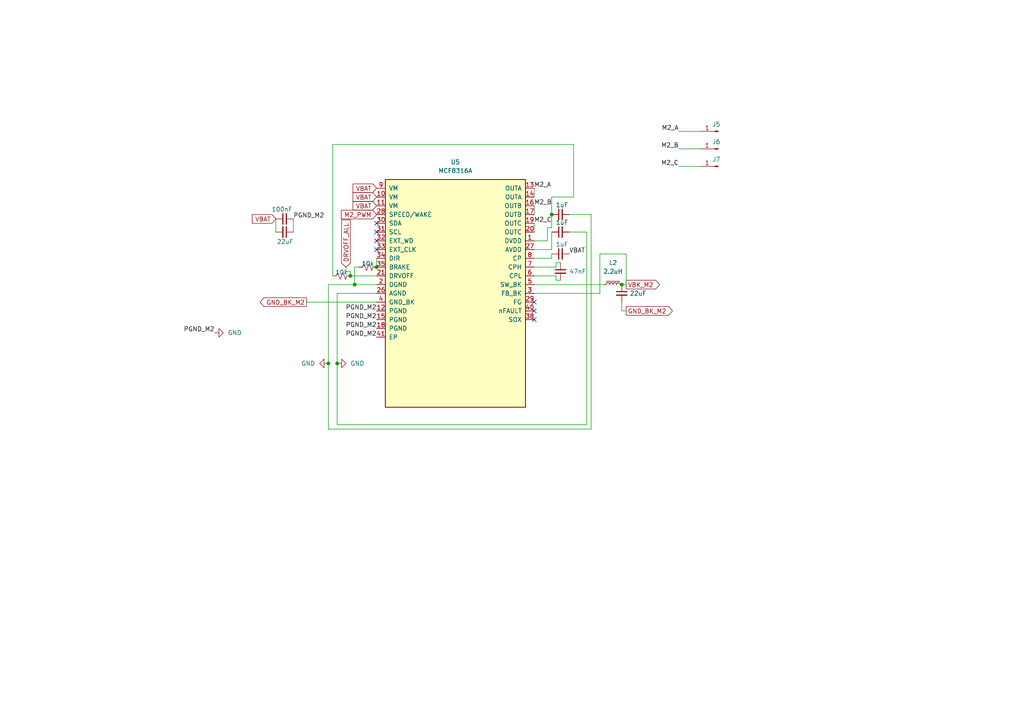
<source format=kicad_sch>
(kicad_sch (version 20250114) (generator "eeschema") (generator_version "9.0")
  (paper "A4")
  (title_block (date "2025-12-23") (rev "v1") (company "NeoDrone") (comment 1 "Made by Dulat Sarbassov") (comment 2 "dulatello08"))
  (lib_symbols
    (symbol "Connector:Conn_01x01_Pin" (pin_names (offset 1.016) (hide yes))
      (property "Reference" "J" (at 0 2.54 0))
      (property "Value" "Conn_01x01_Pin" (at 0 -2.54 0))
      (symbol "Conn_01x01_Pin_1_1"
        (rectangle (start 0.8636 0.127) (end 0 -0.127) (stroke (width 0.1524)) (fill (type outline)))
        (polyline (pts (xy 1.27 0) (xy 0.8636 0)) (stroke (width 0.1524)))
        (pin passive line (at 5.08 0 180) (length 3.81) (name "Pin_1") (number "1"))
      )
    )
    (symbol "Device:C_Small" (pin_numbers (hide yes)) (pin_names (offset 0.254) (hide yes))
      (property "Reference" "C" (at 0.254 1.778 0))
      (property "Value" "C_Small" (at 0.254 -2.032 0))
      (symbol "C_Small_0_1"
        (polyline (pts (xy -1.524 0.508) (xy 1.524 0.508)) (stroke (width 0.3048)))
        (polyline (pts (xy -1.524 -0.508) (xy 1.524 -0.508)) (stroke (width 0.3302)))
      )
      (symbol "C_Small_1_1"
        (pin passive line (at 0 2.54 270) (length 2.032) (name "~") (number "1"))
        (pin passive line (at 0 -2.54 90) (length 2.032) (name "~") (number "2"))
      )
    )
    (symbol "Device:L_Ferrite_Small" (pin_numbers (hide yes)) (pin_names (offset 0.254) (hide yes))
      (property "Reference" "L" (at 1.27 1.016 0))
      (property "Value" "L_Ferrite_Small" (at 1.27 -1.27 0))
      (symbol "L_Ferrite_Small_0_1"
        (arc (start 0 2.032) (mid 0.5058 1.524) (end 0 1.016))
        (arc (start 0 1.016) (mid 0.5058 0.508) (end 0 0))
        (arc (start 0 0) (mid 0.5058 -0.508) (end 0 -1.016))
        (arc (start 0 -1.016) (mid 0.5058 -1.524) (end 0 -2.032))
        (polyline (pts (xy 0.762 1.651) (xy 0.762 1.905)))
        (polyline (pts (xy 0.762 1.143) (xy 0.762 1.397)))
        (polyline (pts (xy 0.762 0.635) (xy 0.762 0.889)))
        (polyline (pts (xy 0.762 0.127) (xy 0.762 0.381)))
        (polyline (pts (xy 0.762 -0.381) (xy 0.762 -0.127)))
        (polyline (pts (xy 0.762 -0.889) (xy 0.762 -0.635)))
        (polyline (pts (xy 0.762 -1.397) (xy 0.762 -1.143)))
        (polyline (pts (xy 0.762 -1.905) (xy 0.762 -1.651)))
        (polyline (pts (xy 1.016 1.905) (xy 1.016 1.651)))
        (polyline (pts (xy 1.016 1.397) (xy 1.016 1.143)))
        (polyline (pts (xy 1.016 0.889) (xy 1.016 0.635)))
        (polyline (pts (xy 1.016 0.381) (xy 1.016 0.127)))
        (polyline (pts (xy 1.016 -0.127) (xy 1.016 -0.381)))
        (polyline (pts (xy 1.016 -0.635) (xy 1.016 -0.889)))
        (polyline (pts (xy 1.016 -1.143) (xy 1.016 -1.397)))
        (polyline (pts (xy 1.016 -1.651) (xy 1.016 -1.905)))
      )
      (symbol "L_Ferrite_Small_1_1"
        (pin passive line (at 0 2.54 270) (length 0.508) (name "~") (number "1"))
        (pin passive line (at 0 -2.54 90) (length 0.508) (name "~") (number "2"))
      )
    )
    (symbol "Device:R_Small_US" (pin_numbers (hide yes)) (pin_names (offset 0.254) (hide yes))
      (property "Reference" "R" (at 0.762 0.508 0))
      (property "Value" "R_Small_US" (at 0.762 -1.016 0))
      (symbol "R_Small_US_1_1"
        (polyline (pts (xy 0 1.524) (xy 1.016 1.143) (xy 0 0.762) (xy -1.016 0.381) (xy 0 0)))
        (polyline (pts (xy 0 0) (xy 1.016 -0.381) (xy 0 -0.762) (xy -1.016 -1.143) (xy 0 -1.524)))
        (pin passive line (at 0 2.54 270) (length 1.016) (name "~") (number "1"))
        (pin passive line (at 0 -2.54 90) (length 1.016) (name "~") (number "2"))
      )
    )
    (symbol "MCF8316A:MCF8316A" (pin_names (offset 1.016))
      (property "Reference" "U" (at 0 38.1 0))
      (property "Value" "MCF8316A" (at 0 -38.1 0))
      (symbol "MCF8316A_1_1"
        (rectangle (start -20.32 33.02) (end 20.32 -33.02) (stroke (width 0.254)) (fill (type background)))
        (pin power_in line (at -22.86 30.48 0) (length 2.54) (name "VM") (number "9"))
        (pin power_in line (at -22.86 27.94 0) (length 2.54) (name "VM") (number "10"))
        (pin power_in line (at -22.86 25.4 0) (length 2.54) (name "VM") (number "11"))
        (pin input line (at -22.86 22.86 0) (length 2.54) (name "SPEED/WAKE") (number "28"))
        (pin bidirectional line (at -22.86 20.32 0) (length 2.54) (name "SDA") (number "30"))
        (pin input line (at -22.86 17.78 0) (length 2.54) (name "SCL") (number "31"))
        (pin input line (at -22.86 15.24 0) (length 2.54) (name "EXT_WD") (number "32"))
        (pin input line (at -22.86 12.7 0) (length 2.54) (name "EXT_CLK") (number "33"))
        (pin input line (at -22.86 10.16 0) (length 2.54) (name "DIR") (number "34"))
        (pin input line (at -22.86 7.62 0) (length 2.54) (name "BRAKE") (number "35"))
        (pin input line (at -22.86 5.08 0) (length 2.54) (name "DRVOFF") (number "21"))
        (pin power_in line (at -22.86 2.54 0) (length 2.54) (name "DGND") (number "2"))
        (pin power_in line (at -22.86 0 0) (length 2.54) (name "AGND") (number "26"))
        (pin power_in line (at -22.86 -2.54 0) (length 2.54) (name "GND_BK") (number "4"))
        (pin power_in line (at -22.86 -5.08 0) (length 2.54) (name "PGND") (number "12"))
        (pin power_in line (at -22.86 -7.62 0) (length 2.54) (name "PGND") (number "15"))
        (pin power_in line (at -22.86 -10.16 0) (length 2.54) (name "PGND") (number "18"))
        (pin power_in line (at -22.86 -12.7 0) (length 2.54) (name "EP") (number "41"))
        (pin power_out line (at 22.86 30.48 180) (length 2.54) (name "OUTA") (number "13"))
        (pin power_out line (at 22.86 27.94 180) (length 2.54) (name "OUTA") (number "14"))
        (pin power_out line (at 22.86 25.4 180) (length 2.54) (name "OUTB") (number "16"))
        (pin power_out line (at 22.86 22.86 180) (length 2.54) (name "OUTB") (number "17"))
        (pin power_out line (at 22.86 20.32 180) (length 2.54) (name "OUTC") (number "19"))
        (pin power_out line (at 22.86 17.78 180) (length 2.54) (name "OUTC") (number "20"))
        (pin power_out line (at 22.86 15.24 180) (length 2.54) (name "DVDD") (number "1"))
        (pin power_out line (at 22.86 12.7 180) (length 2.54) (name "AVDD") (number "27"))
        (pin power_out line (at 22.86 10.16 180) (length 2.54) (name "CP") (number "8"))
        (pin passive line (at 22.86 7.62 180) (length 2.54) (name "CPH") (number "7"))
        (pin passive line (at 22.86 5.08 180) (length 2.54) (name "CPL") (number "6"))
        (pin passive line (at 22.86 2.54 180) (length 2.54) (name "SW_BK") (number "5"))
        (pin passive line (at 22.86 0 180) (length 2.54) (name "FB_BK") (number "3"))
        (pin open_collector line (at 22.86 -2.54 180) (length 2.54) (name "FG") (number "29"))
        (pin open_collector line (at 22.86 -5.08 180) (length 2.54) (name "nFAULT") (number "40"))
        (pin output line (at 22.86 -7.62 180) (length 2.54) (name "SOX") (number "38"))
      )
    )
    (symbol "power:GND" (power) (pin_numbers (hide yes)) (pin_names (offset 0) (hide yes))
      (property "Value" "GND" (at 0 -3.81 0))
      (symbol "GND_0_1"
        (polyline (pts (xy 0 0) (xy 0 -1.27) (xy 1.27 -1.27) (xy 0 -2.54) (xy -1.27 -1.27) (xy 0 -1.27)))
      )
      (symbol "GND_1_1"
        (pin power_in line (at 0 0 270) (length 0) (name "~") (number "1"))
      )
    )
  )
  (junction (at 160.02 62.23))
  (junction (at 97.79 105.41))
  (junction (at 109.22 77.47))
  (junction (at 95.25 105.41))
  (junction (at 101.6 80.01))
  (junction (at 102.87 82.55))
  (junction (at 180.34 82.55))
  (no_connect (at 109.22 69.85))
  (no_connect (at 154.94 87.63))
  (no_connect (at 109.22 67.31))
  (no_connect (at 109.22 72.39))
  (no_connect (at 154.94 90.17))
  (no_connect (at 154.94 92.71))
  (no_connect (at 109.22 64.77))
  (wire (pts (xy 154.94 77.47) (xy 161.29 77.47)))
  (wire (pts (xy 180.34 90.17) (xy 180.34 87.63)))
  (wire (pts (xy 102.87 82.55) (xy 109.22 82.55)))
  (wire (pts (xy 158.75 69.85) (xy 158.75 66.04)))
  (wire (pts (xy 166.37 41.91) (xy 166.37 57.15)))
  (wire (pts (xy 80.01 63.5) (xy 80.01 67.31)))
  (wire (pts (xy 165.1 67.31) (xy 170.18 67.31)))
  (wire (pts (xy 162.56 81.28) (xy 161.29 81.28)))
  (wire (pts (xy 95.25 82.55) (xy 102.87 82.55)))
  (wire (pts (xy 97.79 123.19) (xy 97.79 105.41)))
  (wire (pts (xy 173.99 73.66) (xy 181.61 73.66)))
  (wire (pts (xy 181.61 90.17) (xy 180.34 90.17)))
  (wire (pts (xy 173.99 85.09) (xy 173.99 73.66)))
  (wire (pts (xy 171.45 62.23) (xy 171.45 124.46)))
  (wire (pts (xy 85.09 63.5) (xy 85.09 67.31)))
  (wire (pts (xy 161.29 76.2) (xy 162.56 76.2)))
  (wire (pts (xy 166.37 41.91) (xy 96.52 41.91)))
  (wire (pts (xy 171.45 124.46) (xy 95.25 124.46)))
  (wire (pts (xy 100.33 78.74) (xy 101.6 78.74)))
  (wire (pts (xy 161.29 80.01) (xy 154.94 80.01)))
  (wire (pts (xy 160.02 66.04) (xy 160.02 62.23)))
  (wire (pts (xy 170.18 67.31) (xy 170.18 123.19)))
  (wire (pts (xy 181.61 82.55) (xy 180.34 82.55)))
  (wire (pts (xy 166.37 57.15) (xy 160.02 57.15)))
  (wire (pts (xy 170.18 123.19) (xy 97.79 123.19)))
  (wire (pts (xy 100.33 77.47) (xy 100.33 78.74)))
  (wire (pts (xy 96.52 41.91) (xy 96.52 80.01)))
  (wire (pts (xy 154.94 64.77) (xy 154.94 67.31)))
  (wire (pts (xy 97.79 85.09) (xy 109.22 85.09)))
  (wire (pts (xy 154.94 74.93) (xy 160.02 74.93)))
  (wire (pts (xy 181.61 73.66) (xy 181.61 82.55)))
  (wire (pts (xy 102.87 77.47) (xy 104.14 77.47)))
  (wire (pts (xy 160.02 67.31) (xy 160.02 72.39)))
  (wire (pts (xy 154.94 72.39) (xy 160.02 72.39)))
  (wire (pts (xy 95.25 124.46) (xy 95.25 105.41)))
  (wire (pts (xy 101.6 78.74) (xy 101.6 80.01)))
  (wire (pts (xy 203.2 48.26) (xy 196.85 48.26)))
  (wire (pts (xy 160.02 57.15) (xy 160.02 62.23)))
  (wire (pts (xy 154.94 85.09) (xy 173.99 85.09)))
  (wire (pts (xy 154.94 59.69) (xy 154.94 62.23)))
  (wire (pts (xy 109.22 74.93) (xy 109.22 77.47)))
  (wire (pts (xy 101.6 80.01) (xy 109.22 80.01)))
  (wire (pts (xy 203.2 38.1) (xy 196.85 38.1)))
  (wire (pts (xy 95.25 105.41) (xy 95.25 82.55)))
  (wire (pts (xy 161.29 77.47) (xy 161.29 76.2)))
  (wire (pts (xy 154.94 54.61) (xy 154.94 57.15)))
  (wire (pts (xy 165.1 62.23) (xy 171.45 62.23)))
  (wire (pts (xy 154.94 82.55) (xy 175.26 82.55)))
  (wire (pts (xy 88.9 87.63) (xy 109.22 87.63)))
  (wire (pts (xy 158.75 66.04) (xy 160.02 66.04)))
  (wire (pts (xy 102.87 77.47) (xy 102.87 82.55)))
  (wire (pts (xy 161.29 81.28) (xy 161.29 80.01)))
  (wire (pts (xy 154.94 69.85) (xy 158.75 69.85)))
  (wire (pts (xy 97.79 105.41) (xy 97.79 85.09)))
  (wire (pts (xy 160.02 74.93) (xy 160.02 73.66)))
  (wire (pts (xy 203.2 43.18) (xy 196.85 43.18)))
  (label "PGND_M2" (at 109.22 92.71 180))
  (label "PGND_M2" (at 109.22 90.17 180))
  (label "M2_C" (at 196.85 48.26 180))
  (label "M2_A" (at 196.85 38.1 180))
  (label "PGND_M2" (at 62.23 96.52 180))
  (label "M2_B" (at 196.85 43.18 180))
  (label "PGND_M2" (at 109.22 95.25 180))
  (label "PGND_M2" (at 109.22 97.79 180))
  (label "VBAT" (at 165.1 73.66 0))
  (label "PGND_M2" (at 85.09 63.5 0))
  (label "M2_C" (at 154.94 64.77 0))
  (label "M2_B" (at 154.94 59.69 0))
  (label "M2_A" (at 154.94 54.61 0))
  (global_label "VBAT" (shape input) (at 109.22 59.69 180) (property "Intersheetrefs" "${INTERSHEET_REFS}" (effects (hide yes))))
  (global_label "VBAT" (shape input) (at 109.22 57.15 180) (property "Intersheetrefs" "${INTERSHEET_REFS}" (effects (hide yes))))
  (global_label "VBAT" (shape input) (at 109.22 54.61 180) (property "Intersheetrefs" "${INTERSHEET_REFS}" (effects (hide yes))))
  (global_label "GND_BK_M2" (shape output) (at 88.9 87.63 180) (property "Intersheetrefs" "${INTERSHEET_REFS}" (effects (hide yes))))
  (global_label "DRVOFF_ALL" (shape input) (at 100.33 77.47 90) (property "Intersheetrefs" "${INTERSHEET_REFS}" (effects (hide yes))))
  (global_label "M2_PWM" (shape input) (at 109.22 62.23 180) (property "Intersheetrefs" "${INTERSHEET_REFS}" (effects (hide yes))))
  (global_label "VBAT" (shape input) (at 80.01 63.5 180) (property "Intersheetrefs" "${INTERSHEET_REFS}" (effects (hide yes))))
  (global_label "VBK_M2" (shape output) (at 181.61 82.55 0) (property "Intersheetrefs" "${INTERSHEET_REFS}" (effects (hide yes))))
  (global_label "GND_BK_M2" (shape output) (at 181.61 90.17 0) (property "Intersheetrefs" "${INTERSHEET_REFS}" (effects (hide yes))))
  (symbol (lib_id "Device:C_Small") (at 180.34 85.09 0) (unit 1)
    (property "Reference" "C27" (effects (hide yes)))
    (property "Value" "22uF" (at 182.626 85.09 0) (effects (justify left)))
    (property "Footprint" "Capacitor_SMD:C_1206_3216Metric_Pad1.33x1.80mm_HandSolder" (effects (hide yes)))
    (property "Description" "Unpolarized capacitor, small symbol" (effects (hide yes)))
  )
  (symbol (lib_id "Device:R_Small_US") (at 99.06 80.01 90) (unit 1)
    (property "Reference" "R7" (effects (hide yes)))
    (property "Value" "10k" (at 99.06 78.994 90))
    (property "Footprint" "Resistor_SMD:R_0603_1608Metric_Pad0.98x0.95mm_HandSolder" (effects (hide yes)))
    (property "Description" "Resistor, small US symbol" (effects (hide yes)))
  )
  (symbol (lib_id "Device:L_Ferrite_Small") (at 177.8 82.55 90) (unit 1)
    (property "Reference" "L2" (at 177.8 76.2 90))
    (property "Value" "2.2uH" (at 177.8 78.74 90))
    (property "Footprint" "Inductor_SMD:L_1008_2520Metric_Pad1.43x2.20mm_HandSolder" (effects (hide yes)))
    (property "Description" "Inductor with ferrite core, small symbol" (effects (hide yes)))
  )
  (symbol (lib_id "Device:C_Small") (at 162.56 78.74 0) (unit 1)
    (property "Reference" "C26" (effects (hide yes)))
    (property "Value" "47nF" (at 165.1 78.74 0) (effects (justify left)))
    (property "Footprint" "Capacitor_SMD:C_0603_1608Metric_Pad1.08x0.95mm_HandSolder" (effects (hide yes)))
    (property "Description" "Unpolarized capacitor, small symbol" (effects (hide yes)))
  )
  (symbol (lib_id "MCF8316A:MCF8316A") (at 132.08 85.09 0) (unit 1)
    (property "Reference" "U5" (at 132.08 46.99 0))
    (property "Value" "MCF8316A" (at 132.08 49.53 0))
    (property "Footprint" "MCF8316:MCF8316A_RGF0040E_VQFN-40-1EP_7x5mm_P0.5mm_EP5.5x3.5mm" (effects (hide yes)))
  )
  (symbol (lib_id "Device:C_Small") (at 162.56 62.23 90) (unit 1)
    (property "Reference" "C23" (effects (hide yes)))
    (property "Value" "1uF" (at 164.846 59.436 90) (effects (justify left)))
    (property "Footprint" "Capacitor_SMD:C_0603_1608Metric_Pad1.08x0.95mm_HandSolder" (effects (hide yes)))
    (property "Description" "Unpolarized capacitor, small symbol" (effects (hide yes)))
  )
  (symbol (lib_id "power:GND") (at 95.25 105.41 270) (unit 1)
    (property "Reference" "#PWR030" (effects (hide yes)))
    (property "Value" "GND" (at 91.44 105.4099 90) (effects (justify right)))
    (property "Description" "Power symbol creates a global label with name \"GND\" , ground" (effects (hide yes)))
  )
  (symbol (lib_id "Device:R_Small_US") (at 106.68 77.47 90) (unit 1)
    (property "Reference" "R9" (effects (hide yes)))
    (property "Value" "10k" (at 106.68 76.454 90))
    (property "Footprint" "Resistor_SMD:R_0603_1608Metric_Pad0.98x0.95mm_HandSolder" (effects (hide yes)))
    (property "Description" "Resistor, small US symbol" (effects (hide yes)))
  )
  (symbol (lib_id "Device:C_Small") (at 162.56 67.31 90) (unit 1)
    (property "Reference" "C24" (effects (hide yes)))
    (property "Value" "1uF" (at 164.846 64.516 90) (effects (justify left)))
    (property "Footprint" "Capacitor_SMD:C_0603_1608Metric_Pad1.08x0.95mm_HandSolder" (effects (hide yes)))
    (property "Description" "Unpolarized capacitor, small symbol" (effects (hide yes)))
  )
  (symbol (lib_id "power:GND") (at 62.23 96.52 90) (unit 1)
    (property "Reference" "#PWR025" (effects (hide yes)))
    (property "Value" "GND" (at 66.04 96.5199 90) (effects (justify right)))
    (property "Description" "Power symbol creates a global label with name \"GND\" , ground" (effects (hide yes)))
  )
  (symbol (lib_id "Connector:Conn_01x01_Pin") (at 208.28 38.1 180) (unit 1) (in_bom no)
    (property "Reference" "J5" (at 207.772 36.068 0))
    (property "Value" "SolderWirePad_1x01_SMD_3x6mm" (effects (hide yes)))
    (property "Footprint" "Connector_Wire:SolderWirePad_1x01_SMD_3x6mm" (effects (hide yes)))
  )
  (symbol (lib_id "Device:C_Small") (at 82.55 67.31 270) (unit 1)
    (property "Reference" "C22" (effects (hide yes)))
    (property "Value" "22uF" (at 80.264 70.104 90) (effects (justify left)))
    (property "Footprint" "Capacitor_SMD:C_1206_3216Metric_Pad1.33x1.80mm_HandSolder" (effects (hide yes)))
    (property "Description" "Unpolarized capacitor, small symbol" (effects (hide yes)))
  )
  (symbol (lib_id "Connector:Conn_01x01_Pin") (at 208.28 48.26 180) (unit 1) (in_bom no)
    (property "Reference" "J7" (at 207.772 46.228 0))
    (property "Value" "SolderWirePad_1x01_SMD_3x6mm" (effects (hide yes)))
    (property "Footprint" "Connector_Wire:SolderWirePad_1x01_SMD_3x6mm" (effects (hide yes)))
  )
  (symbol (lib_id "power:GND") (at 97.79 105.41 90) (unit 1)
    (property "Reference" "#PWR031" (effects (hide yes)))
    (property "Value" "GND" (at 101.6 105.4099 90) (effects (justify right)))
    (property "Description" "Power symbol creates a global label with name \"GND\" , ground" (effects (hide yes)))
  )
  (symbol (lib_id "Device:C_Small") (at 162.56 73.66 90) (unit 1)
    (property "Reference" "C25" (effects (hide yes)))
    (property "Value" "1uF" (at 164.846 70.866 90) (effects (justify left)))
    (property "Footprint" "Capacitor_SMD:C_0603_1608Metric_Pad1.08x0.95mm_HandSolder" (effects (hide yes)))
    (property "Description" "Unpolarized capacitor, small symbol" (effects (hide yes)))
  )
  (symbol (lib_id "Device:C_Small") (at 82.55 63.5 90) (unit 1)
    (property "Reference" "C21" (effects (hide yes)))
    (property "Value" "100nF" (at 84.836 60.706 90) (effects (justify left)))
    (property "Footprint" "Capacitor_SMD:C_0603_1608Metric_Pad1.08x0.95mm_HandSolder" (effects (hide yes)))
    (property "Description" "Unpolarized capacitor, small symbol" (effects (hide yes)))
  )
  (symbol (lib_id "Connector:Conn_01x01_Pin") (at 208.28 43.18 180) (unit 1) (in_bom no)
    (property "Reference" "J6" (at 207.772 41.148 0))
    (property "Value" "SolderWirePad_1x01_SMD_3x6mm" (effects (hide yes)))
    (property "Footprint" "Connector_Wire:SolderWirePad_1x01_SMD_3x6mm" (effects (hide yes)))
  )
)
</source>
